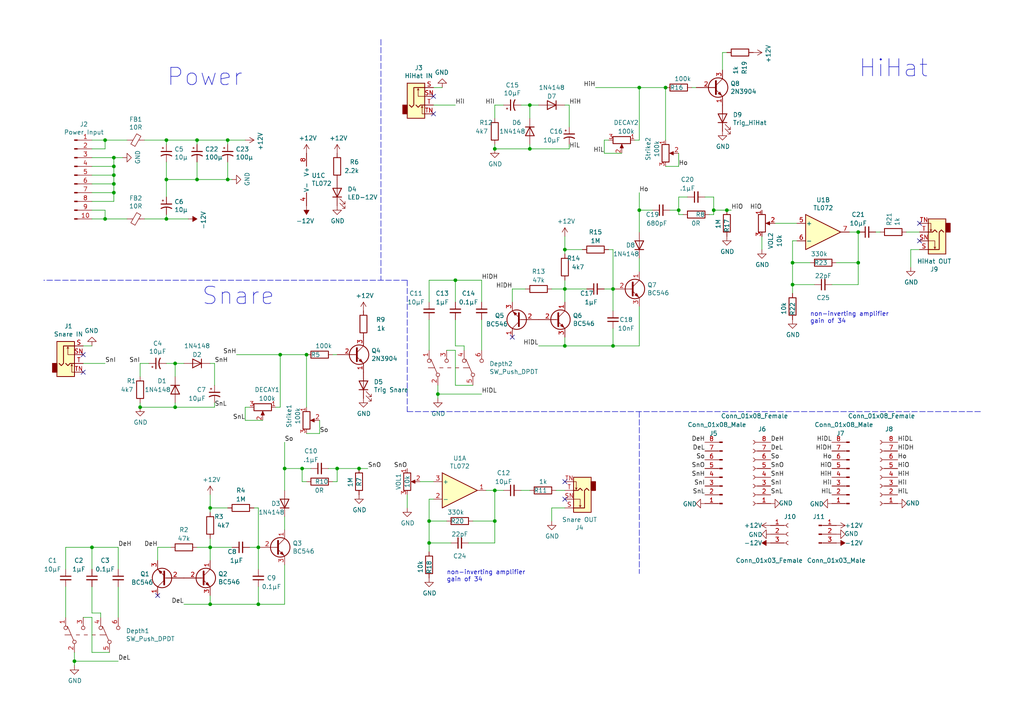
<source format=kicad_sch>
(kicad_sch (version 20211123) (generator eeschema)
  (paper "A4")
  (lib_symbols
    (symbol "Amplifier_Operational:TL072" (pin_names (offset 0.127))
      (property "Reference" "U" (at 0 5.08 0))
      (property "Value" "TL072" (at 0 -5.08 0))
      (symbol "TL072_1_1"
        (pin output line (at 7.62 0 180) (length 2.54) (name "~") (number "1"))
        (pin input line (at -7.62 -2.54 0) (length 2.54) (name "-") (number "2"))
        (pin input line (at -7.62 2.54 0) (length 2.54) (name "+") (number "3"))
      )
      (symbol "TL072_2_1"
        (pin input line (at -7.62 2.54 0) (length 2.54) (name "+") (number "5"))
        (pin input line (at -7.62 -2.54 0) (length 2.54) (name "-") (number "6"))
        (pin output line (at 7.62 0 180) (length 2.54) (name "~") (number "7"))
      )
      (symbol "TL072_3_1"
        (pin power_in line (at -2.54 -7.62 90) (length 3.81) (name "V-") (number "4"))
        (pin power_in line (at -2.54 7.62 270) (length 3.81) (name "V+") (number "8"))
      )
    )
    (symbol "Connector:AudioJack2_Switch"
      (property "Reference" "J" (at 0 11.43 0))
      (property "Value" "AudioJack2_Switch" (at 0 8.89 0))
      (symbol "AudioJack2_Switch_1_1"
        (pin passive line (at 5.08 5.08 180) (length 2.54) (name "~") (number "S"))
        (pin passive line (at 5.08 2.54 180) (length 2.54) (name "~") (number "SN"))
        (pin passive line (at 5.08 0 180) (length 2.54) (name "~") (number "T"))
        (pin passive line (at 5.08 -2.54 180) (length 2.54) (name "~") (number "TN"))
      )
    )
    (symbol "Connector:Conn_01x03_Female" (pin_names (offset 1.016) hide)
      (property "Reference" "J" (at 0 5.08 0))
      (property "Value" "Conn_01x03_Female" (at 0 -5.08 0))
      (symbol "Conn_01x03_Female_1_1"
        (pin passive line (at -5.08 2.54 0) (length 3.81) (name "Pin_1") (number "1"))
        (pin passive line (at -5.08 0 0) (length 3.81) (name "Pin_2") (number "2"))
        (pin passive line (at -5.08 -2.54 0) (length 3.81) (name "Pin_3") (number "3"))
      )
    )
    (symbol "Connector:Conn_01x03_Male" (pin_names (offset 1.016) hide)
      (property "Reference" "J" (at 0 5.08 0))
      (property "Value" "Conn_01x03_Male" (at 0 -5.08 0))
      (symbol "Conn_01x03_Male_1_1"
        (pin passive line (at 5.08 2.54 180) (length 3.81) (name "Pin_1") (number "1"))
        (pin passive line (at 5.08 0 180) (length 3.81) (name "Pin_2") (number "2"))
        (pin passive line (at 5.08 -2.54 180) (length 3.81) (name "Pin_3") (number "3"))
      )
    )
    (symbol "Connector:Conn_01x08_Female" (pin_names (offset 1.016) hide)
      (property "Reference" "J" (at 0 10.16 0))
      (property "Value" "Conn_01x08_Female" (at 0 -12.7 0))
      (symbol "Conn_01x08_Female_1_1"
        (pin passive line (at -5.08 7.62 0) (length 3.81) (name "Pin_1") (number "1"))
        (pin passive line (at -5.08 5.08 0) (length 3.81) (name "Pin_2") (number "2"))
        (pin passive line (at -5.08 2.54 0) (length 3.81) (name "Pin_3") (number "3"))
        (pin passive line (at -5.08 0 0) (length 3.81) (name "Pin_4") (number "4"))
        (pin passive line (at -5.08 -2.54 0) (length 3.81) (name "Pin_5") (number "5"))
        (pin passive line (at -5.08 -5.08 0) (length 3.81) (name "Pin_6") (number "6"))
        (pin passive line (at -5.08 -7.62 0) (length 3.81) (name "Pin_7") (number "7"))
        (pin passive line (at -5.08 -10.16 0) (length 3.81) (name "Pin_8") (number "8"))
      )
    )
    (symbol "Connector:Conn_01x08_Male" (pin_names (offset 1.016) hide)
      (property "Reference" "J" (at 0 10.16 0))
      (property "Value" "Conn_01x08_Male" (at 0 -12.7 0))
      (symbol "Conn_01x08_Male_1_1"
        (pin passive line (at 5.08 7.62 180) (length 3.81) (name "Pin_1") (number "1"))
        (pin passive line (at 5.08 5.08 180) (length 3.81) (name "Pin_2") (number "2"))
        (pin passive line (at 5.08 2.54 180) (length 3.81) (name "Pin_3") (number "3"))
        (pin passive line (at 5.08 0 180) (length 3.81) (name "Pin_4") (number "4"))
        (pin passive line (at 5.08 -2.54 180) (length 3.81) (name "Pin_5") (number "5"))
        (pin passive line (at 5.08 -5.08 180) (length 3.81) (name "Pin_6") (number "6"))
        (pin passive line (at 5.08 -7.62 180) (length 3.81) (name "Pin_7") (number "7"))
        (pin passive line (at 5.08 -10.16 180) (length 3.81) (name "Pin_8") (number "8"))
      )
    )
    (symbol "Connector:Conn_01x10_Male" (pin_names (offset 1.016) hide)
      (property "Reference" "J" (at 0 12.7 0))
      (property "Value" "Conn_01x10_Male" (at 0 -15.24 0))
      (symbol "Conn_01x10_Male_1_1"
        (pin passive line (at 5.08 10.16 180) (length 3.81) (name "Pin_1") (number "1"))
        (pin passive line (at 5.08 -12.7 180) (length 3.81) (name "Pin_10") (number "10"))
        (pin passive line (at 5.08 7.62 180) (length 3.81) (name "Pin_2") (number "2"))
        (pin passive line (at 5.08 5.08 180) (length 3.81) (name "Pin_3") (number "3"))
        (pin passive line (at 5.08 2.54 180) (length 3.81) (name "Pin_4") (number "4"))
        (pin passive line (at 5.08 0 180) (length 3.81) (name "Pin_5") (number "5"))
        (pin passive line (at 5.08 -2.54 180) (length 3.81) (name "Pin_6") (number "6"))
        (pin passive line (at 5.08 -5.08 180) (length 3.81) (name "Pin_7") (number "7"))
        (pin passive line (at 5.08 -7.62 180) (length 3.81) (name "Pin_8") (number "8"))
        (pin passive line (at 5.08 -10.16 180) (length 3.81) (name "Pin_9") (number "9"))
      )
    )
    (symbol "Device:CP1_Small" (pin_numbers hide) (pin_names (offset 0.254) hide)
      (property "Reference" "C" (at 0.254 1.778 0))
      (property "Value" "Device_CP1_Small" (at 0.254 -2.032 0))
      (symbol "CP1_Small_1_1"
        (pin passive line (at 0 2.54 270) (length 2.032) (name "~") (number "1"))
        (pin passive line (at 0 -2.54 90) (length 2.032) (name "~") (number "2"))
      )
    )
    (symbol "Device:C_Small" (pin_numbers hide) (pin_names (offset 0.254) hide)
      (property "Reference" "C" (at 0.254 1.778 0))
      (property "Value" "C_Small" (at 0.254 -2.032 0))
      (symbol "C_Small_1_1"
        (pin passive line (at 0 2.54 270) (length 2.032) (name "~") (number "1"))
        (pin passive line (at 0 -2.54 90) (length 2.032) (name "~") (number "2"))
      )
    )
    (symbol "Device:Ferrite_Bead_Small" (pin_numbers hide) (pin_names (offset 0))
      (property "Reference" "FB" (at 1.905 1.27 0))
      (property "Value" "Device_Ferrite_Bead_Small" (at 1.905 -1.27 0))
      (symbol "Ferrite_Bead_Small_1_1"
        (pin passive line (at 0 2.54 270) (length 1.27) (name "~") (number "1"))
        (pin passive line (at 0 -2.54 90) (length 1.27) (name "~") (number "2"))
      )
    )
    (symbol "Device:LED" (pin_numbers hide) (pin_names (offset 1.016) hide)
      (property "Reference" "D" (at 0 2.54 0))
      (property "Value" "LED" (at 0 -2.54 0))
      (symbol "LED_1_1"
        (pin passive line (at -3.81 0 0) (length 2.54) (name "K") (number "1"))
        (pin passive line (at 3.81 0 180) (length 2.54) (name "A") (number "2"))
      )
    )
    (symbol "Device:R" (pin_numbers hide) (pin_names (offset 0))
      (property "Reference" "R" (at 2.032 0 90))
      (property "Value" "R" (at 0 0 90))
      (symbol "R_1_1"
        (pin passive line (at 0 3.81 270) (length 1.27) (name "~") (number "1"))
        (pin passive line (at 0 -3.81 90) (length 1.27) (name "~") (number "2"))
      )
    )
    (symbol "Device:R_POT" (pin_names (offset 1.016) hide)
      (property "Reference" "RV" (at -4.445 0 90))
      (property "Value" "Device_R_POT" (at -2.54 0 90))
      (symbol "R_POT_1_1"
        (pin passive line (at 0 3.81 270) (length 1.27) (name "1") (number "1"))
        (pin passive line (at 3.81 0 180) (length 1.27) (name "2") (number "2"))
        (pin passive line (at 0 -3.81 90) (length 1.27) (name "3") (number "3"))
      )
    )
    (symbol "Diode:1N4148" (pin_numbers hide) (pin_names (offset 1.016) hide)
      (property "Reference" "D" (at 0 2.54 0))
      (property "Value" "1N4148" (at 0 -2.54 0))
      (symbol "1N4148_1_1"
        (pin passive line (at -3.81 0 0) (length 2.54) (name "K") (number "1"))
        (pin passive line (at 3.81 0 180) (length 2.54) (name "A") (number "2"))
      )
    )
    (symbol "Switch:SW_Push_DPDT" (pin_names (offset 0) hide)
      (property "Reference" "SW" (at 0 8.89 0))
      (property "Value" "SW_Push_DPDT" (at 0 -10.16 0))
      (symbol "SW_Push_DPDT_1_1"
        (pin passive line (at 5.08 7.62 180) (length 2.54) (name "A") (number "1"))
        (pin passive line (at -5.08 5.08 0) (length 2.54) (name "B") (number "2"))
        (pin passive line (at 5.08 2.54 180) (length 2.54) (name "C") (number "3"))
        (pin passive line (at 5.08 -2.54 180) (length 2.54) (name "A") (number "4"))
        (pin passive line (at -5.08 -5.08 0) (length 2.54) (name "B") (number "5"))
        (pin passive line (at 5.08 -7.62 180) (length 2.54) (name "C") (number "6"))
      )
    )
    (symbol "Transistor_BJT:2N3904" (pin_names (offset 0) hide)
      (property "Reference" "Q" (at 5.08 1.905 0))
      (property "Value" "2N3904" (at 5.08 0 0))
      (symbol "2N3904_1_1"
        (pin passive line (at 2.54 -5.08 90) (length 2.54) (name "E") (number "1"))
        (pin passive line (at -5.08 0 0) (length 5.715) (name "B") (number "2"))
        (pin passive line (at 2.54 5.08 270) (length 2.54) (name "C") (number "3"))
      )
    )
    (symbol "Transistor_BJT:BC546" (pin_names (offset 0) hide)
      (property "Reference" "Q" (at 5.08 1.905 0))
      (property "Value" "BC546" (at 5.08 0 0))
      (symbol "BC546_1_1"
        (pin passive line (at 2.54 5.08 270) (length 2.54) (name "C") (number "1"))
        (pin input line (at -5.08 0 0) (length 5.08) (name "B") (number "2"))
        (pin passive line (at 2.54 -5.08 90) (length 2.54) (name "E") (number "3"))
      )
    )
    (symbol "power:+12V" (power) (pin_names (offset 0))
      (property "Value" "+12V" (at 0 3.556 0))
      (symbol "+12V_1_1"
        (pin power_in line (at 0 0 90) (length 0) hide (name "+12V") (number "1"))
      )
    )
    (symbol "power:-12V" (power) (pin_names (offset 0))
      (property "Value" "-12V" (at 0 3.81 0))
      (symbol "-12V_0_0"
        (pin power_in line (at 0 0 90) (length 0) hide (name "-12V") (number "1"))
      )
    )
    (symbol "power:GND" (power) (pin_names (offset 0))
      (property "Value" "GND" (at 0 -3.81 0))
      (symbol "GND_1_1"
        (pin power_in line (at 0 0 270) (length 0) hide (name "GND") (number "1"))
      )
    )
  )
  (junction (at 81.28 102.87))
  (junction (at 33.02 50.8))
  (junction (at 50.8 105.41))
  (junction (at 87.63 135.89))
  (junction (at 177.8 83.82))
  (junction (at 48.26 40.64))
  (junction (at 196.85 60.96))
  (junction (at 82.55 135.89))
  (junction (at 143.51 151.13))
  (junction (at 97.79 135.89))
  (junction (at 66.04 52.07))
  (junction (at 163.83 83.82))
  (junction (at 57.15 40.64))
  (junction (at 153.67 43.18))
  (junction (at 185.42 25.4))
  (junction (at 229.87 76.2))
  (junction (at 229.87 82.55))
  (junction (at 57.15 52.07))
  (junction (at 74.93 158.75))
  (junction (at 60.96 147.32))
  (junction (at 60.96 175.26))
  (junction (at 48.26 63.5))
  (junction (at 248.92 76.2))
  (junction (at 124.46 151.13))
  (junction (at 66.04 40.64))
  (junction (at 104.14 135.89))
  (junction (at 177.8 100.33))
  (junction (at 163.83 100.33))
  (junction (at 40.64 118.11))
  (junction (at 21.59 191.77))
  (junction (at 248.92 67.31))
  (junction (at 193.04 25.4))
  (junction (at 30.48 63.5))
  (junction (at 132.08 81.28))
  (junction (at 124.46 157.48))
  (junction (at 48.26 52.07))
  (junction (at 163.83 72.39))
  (junction (at 143.51 43.18))
  (junction (at 185.42 60.96))
  (junction (at 33.02 48.26))
  (junction (at 50.8 118.11))
  (junction (at 88.9 102.87))
  (junction (at 33.02 55.88))
  (junction (at 30.48 40.64))
  (junction (at 60.96 158.75))
  (junction (at 127 114.3))
  (junction (at 153.67 30.48))
  (junction (at 210.82 60.96))
  (junction (at 33.02 53.34))
  (junction (at 143.51 142.24))
  (junction (at 207.01 60.96))
  (junction (at 74.93 175.26))
  (junction (at 26.67 158.75))
  (junction (at 33.02 45.72))
  (no_connect (at 24.13 102.87))
  (no_connect (at 125.73 27.94))
  (no_connect (at 45.72 172.72))
  (no_connect (at 266.7 69.85))
  (no_connect (at 163.83 144.78))
  (no_connect (at 266.7 64.77))
  (no_connect (at 148.59 97.79))
  (no_connect (at 125.73 33.02))
  (no_connect (at 163.83 139.7))
  (no_connect (at 24.13 107.95))
  (wire (pts (xy 184.15 40.64) (xy 185.42 40.64)))
  (wire (pts (xy 163.83 72.39) (xy 163.83 73.66)))
  (wire (pts (xy 248.92 67.31) (xy 248.92 76.2)))
  (wire (pts (xy 26.67 60.96) (xy 30.48 60.96)))
  (wire (pts (xy 229.87 69.85) (xy 229.87 76.2)))
  (wire (pts (xy 165.1 30.48) (xy 165.1 36.83)))
  (wire (pts (xy 127 111.76) (xy 127 114.3)))
  (wire (pts (xy 177.8 100.33) (xy 163.83 100.33)))
  (wire (pts (xy 185.42 25.4) (xy 193.04 25.4)))
  (wire (pts (xy 153.67 142.24) (xy 151.13 142.24)))
  (wire (pts (xy 71.12 118.11) (xy 72.39 118.11)))
  (polyline (pts (xy 110.49 11.43) (xy 110.49 81.28)))
  (wire (pts (xy 153.67 34.29) (xy 153.67 30.48)))
  (wire (pts (xy 124.46 92.71) (xy 124.46 101.6)))
  (wire (pts (xy 264.16 72.39) (xy 264.16 77.47)))
  (wire (pts (xy 82.55 163.83) (xy 82.55 175.26)))
  (wire (pts (xy 50.8 105.41) (xy 48.26 105.41)))
  (wire (pts (xy 140.97 142.24) (xy 143.51 142.24)))
  (wire (pts (xy 81.28 102.87) (xy 88.9 102.87)))
  (wire (pts (xy 132.08 81.28) (xy 132.08 87.63)))
  (wire (pts (xy 220.98 68.58) (xy 220.98 72.39)))
  (wire (pts (xy 229.87 82.55) (xy 229.87 85.09)))
  (wire (pts (xy 196.85 62.23) (xy 196.85 60.96)))
  (wire (pts (xy 50.8 118.11) (xy 50.8 116.84)))
  (wire (pts (xy 129.54 101.6) (xy 132.08 101.6)))
  (wire (pts (xy 210.82 60.96) (xy 207.01 60.96)))
  (wire (pts (xy 196.85 60.96) (xy 194.31 60.96)))
  (wire (pts (xy 26.67 158.75) (xy 26.67 165.1)))
  (wire (pts (xy 73.66 147.32) (xy 74.93 147.32)))
  (wire (pts (xy 139.7 92.71) (xy 139.7 101.6)))
  (wire (pts (xy 207.01 57.15) (xy 207.01 60.96)))
  (wire (pts (xy 163.83 72.39) (xy 168.91 72.39)))
  (wire (pts (xy 210.82 60.96) (xy 212.09 60.96)))
  (wire (pts (xy 74.93 175.26) (xy 60.96 175.26)))
  (wire (pts (xy 74.93 158.75) (xy 72.39 158.75)))
  (wire (pts (xy 163.83 83.82) (xy 160.02 83.82)))
  (wire (pts (xy 26.67 58.42) (xy 33.02 58.42)))
  (wire (pts (xy 74.93 165.1) (xy 74.93 158.75)))
  (wire (pts (xy 82.55 149.86) (xy 82.55 153.67)))
  (wire (pts (xy 176.53 72.39) (xy 177.8 72.39)))
  (wire (pts (xy 134.62 101.6) (xy 134.62 100.33)))
  (wire (pts (xy 255.27 67.31) (xy 254 67.31)))
  (wire (pts (xy 127 114.3) (xy 127 115.57)))
  (wire (pts (xy 185.42 60.96) (xy 185.42 67.31)))
  (wire (pts (xy 26.67 179.07) (xy 24.13 179.07)))
  (wire (pts (xy 163.83 83.82) (xy 170.18 83.82)))
  (wire (pts (xy 49.53 158.75) (xy 45.72 158.75)))
  (wire (pts (xy 33.02 53.34) (xy 33.02 50.8)))
  (wire (pts (xy 33.02 58.42) (xy 33.02 55.88)))
  (wire (pts (xy 82.55 175.26) (xy 74.93 175.26)))
  (wire (pts (xy 60.96 158.75) (xy 67.31 158.75)))
  (wire (pts (xy 60.96 147.32) (xy 66.04 147.32)))
  (wire (pts (xy 68.58 102.87) (xy 81.28 102.87)))
  (wire (pts (xy 33.02 48.26) (xy 33.02 50.8)))
  (wire (pts (xy 66.04 46.99) (xy 66.04 52.07)))
  (wire (pts (xy 125.73 25.4) (xy 128.27 25.4)))
  (wire (pts (xy 97.79 135.89) (xy 104.14 135.89)))
  (polyline (pts (xy 118.11 81.28) (xy 12.7 81.28)))
  (wire (pts (xy 41.91 63.5) (xy 48.26 63.5)))
  (wire (pts (xy 26.67 63.5) (xy 30.48 63.5)))
  (wire (pts (xy 96.52 139.7) (xy 97.79 139.7)))
  (wire (pts (xy 97.79 135.89) (xy 97.79 139.7)))
  (wire (pts (xy 88.9 125.73) (xy 92.71 125.73)))
  (wire (pts (xy 163.83 72.39) (xy 163.83 68.58)))
  (wire (pts (xy 26.67 177.8) (xy 26.67 170.18)))
  (wire (pts (xy 246.38 67.31) (xy 248.92 67.31)))
  (wire (pts (xy 95.25 135.89) (xy 97.79 135.89)))
  (wire (pts (xy 60.96 162.56) (xy 60.96 158.75)))
  (wire (pts (xy 40.64 116.84) (xy 40.64 118.11)))
  (wire (pts (xy 139.7 87.63) (xy 139.7 81.28)))
  (wire (pts (xy 26.67 55.88) (xy 33.02 55.88)))
  (wire (pts (xy 163.83 100.33) (xy 156.21 100.33)))
  (wire (pts (xy 57.15 46.99) (xy 57.15 52.07)))
  (wire (pts (xy 207.01 60.96) (xy 207.01 62.23)))
  (wire (pts (xy 165.1 41.91) (xy 165.1 43.18)))
  (wire (pts (xy 137.16 111.76) (xy 132.08 111.76)))
  (wire (pts (xy 139.7 81.28) (xy 132.08 81.28)))
  (wire (pts (xy 143.51 41.91) (xy 143.51 43.18)))
  (wire (pts (xy 67.31 52.07) (xy 66.04 52.07)))
  (wire (pts (xy 185.42 74.93) (xy 185.42 78.74)))
  (wire (pts (xy 80.01 118.11) (xy 81.28 118.11)))
  (wire (pts (xy 132.08 111.76) (xy 132.08 101.6)))
  (wire (pts (xy 41.91 40.64) (xy 48.26 40.64)))
  (wire (pts (xy 92.71 125.73) (xy 92.71 121.92)))
  (wire (pts (xy 26.67 40.64) (xy 30.48 40.64)))
  (wire (pts (xy 50.8 109.22) (xy 50.8 105.41)))
  (wire (pts (xy 175.26 44.45) (xy 175.26 40.64)))
  (wire (pts (xy 210.82 15.24) (xy 209.55 15.24)))
  (wire (pts (xy 57.15 52.07) (xy 48.26 52.07)))
  (wire (pts (xy 21.59 189.23) (xy 21.59 191.77)))
  (wire (pts (xy 262.89 67.31) (xy 266.7 67.31)))
  (wire (pts (xy 193.04 25.4) (xy 193.04 40.64)))
  (wire (pts (xy 60.96 147.32) (xy 60.96 143.51)))
  (wire (pts (xy 180.34 44.45) (xy 175.26 44.45)))
  (wire (pts (xy 185.42 60.96) (xy 189.23 60.96)))
  (wire (pts (xy 121.92 139.7) (xy 125.73 139.7)))
  (wire (pts (xy 248.92 82.55) (xy 241.3 82.55)))
  (wire (pts (xy 19.05 165.1) (xy 19.05 158.75)))
  (wire (pts (xy 185.42 88.9) (xy 185.42 100.33)))
  (polyline (pts (xy 185.42 119.38) (xy 185.42 166.37)))
  (wire (pts (xy 163.83 97.79) (xy 163.83 100.33)))
  (wire (pts (xy 60.96 175.26) (xy 53.34 175.26)))
  (wire (pts (xy 34.29 165.1) (xy 34.29 158.75)))
  (wire (pts (xy 33.02 55.88) (xy 33.02 53.34)))
  (wire (pts (xy 124.46 144.78) (xy 124.46 151.13)))
  (wire (pts (xy 62.23 116.84) (xy 62.23 118.11)))
  (wire (pts (xy 204.47 57.15) (xy 207.01 57.15)))
  (wire (pts (xy 35.56 45.72) (xy 33.02 45.72)))
  (wire (pts (xy 172.72 25.4) (xy 185.42 25.4)))
  (wire (pts (xy 143.51 142.24) (xy 143.51 151.13)))
  (wire (pts (xy 87.63 135.89) (xy 90.17 135.89)))
  (wire (pts (xy 57.15 41.91) (xy 57.15 40.64)))
  (wire (pts (xy 74.93 170.18) (xy 74.93 175.26)))
  (wire (pts (xy 175.26 40.64) (xy 176.53 40.64)))
  (wire (pts (xy 143.51 30.48) (xy 143.51 34.29)))
  (wire (pts (xy 96.52 102.87) (xy 97.79 102.87)))
  (wire (pts (xy 60.96 158.75) (xy 57.15 158.75)))
  (wire (pts (xy 34.29 158.75) (xy 26.67 158.75)))
  (wire (pts (xy 34.29 191.77) (xy 21.59 191.77)))
  (wire (pts (xy 193.04 48.26) (xy 196.85 48.26)))
  (wire (pts (xy 60.96 172.72) (xy 60.96 175.26)))
  (wire (pts (xy 196.85 57.15) (xy 199.39 57.15)))
  (wire (pts (xy 26.67 43.18) (xy 30.48 43.18)))
  (wire (pts (xy 60.96 105.41) (xy 62.23 105.41)))
  (wire (pts (xy 30.48 60.96) (xy 30.48 63.5)))
  (wire (pts (xy 163.83 81.28) (xy 163.83 83.82)))
  (polyline (pts (xy 118.11 119.38) (xy 284.48 119.38)))
  (wire (pts (xy 248.92 76.2) (xy 242.57 76.2)))
  (wire (pts (xy 19.05 158.75) (xy 26.67 158.75)))
  (wire (pts (xy 34.29 170.18) (xy 34.29 179.07)))
  (wire (pts (xy 132.08 100.33) (xy 132.08 92.71)))
  (wire (pts (xy 125.73 30.48) (xy 132.08 30.48)))
  (wire (pts (xy 48.26 40.64) (xy 57.15 40.64)))
  (polyline (pts (xy 118.11 81.28) (xy 118.11 119.38)))
  (wire (pts (xy 185.42 55.88) (xy 185.42 60.96)))
  (wire (pts (xy 229.87 76.2) (xy 229.87 82.55)))
  (wire (pts (xy 33.02 50.8) (xy 26.67 50.8)))
  (wire (pts (xy 196.85 60.96) (xy 196.85 57.15)))
  (wire (pts (xy 66.04 52.07) (xy 57.15 52.07)))
  (wire (pts (xy 53.34 105.41) (xy 50.8 105.41)))
  (wire (pts (xy 29.21 179.07) (xy 29.21 177.8)))
  (wire (pts (xy 57.15 40.64) (xy 66.04 40.64)))
  (wire (pts (xy 30.48 43.18) (xy 30.48 40.64)))
  (wire (pts (xy 143.51 151.13) (xy 143.51 157.48)))
  (wire (pts (xy 26.67 53.34) (xy 33.02 53.34)))
  (wire (pts (xy 205.74 62.23) (xy 207.01 62.23)))
  (wire (pts (xy 40.64 118.11) (xy 50.8 118.11)))
  (wire (pts (xy 124.46 144.78) (xy 125.73 144.78)))
  (wire (pts (xy 177.8 83.82) (xy 175.26 83.82)))
  (wire (pts (xy 177.8 72.39) (xy 177.8 83.82)))
  (wire (pts (xy 48.26 63.5) (xy 54.61 63.5)))
  (wire (pts (xy 152.4 83.82) (xy 148.59 83.82)))
  (wire (pts (xy 62.23 118.11) (xy 50.8 118.11)))
  (wire (pts (xy 124.46 157.48) (xy 124.46 160.02)))
  (wire (pts (xy 60.96 147.32) (xy 60.96 148.59)))
  (wire (pts (xy 165.1 43.18) (xy 153.67 43.18)))
  (wire (pts (xy 21.59 191.77) (xy 21.59 193.04)))
  (wire (pts (xy 62.23 105.41) (xy 62.23 111.76)))
  (wire (pts (xy 163.83 30.48) (xy 165.1 30.48)))
  (wire (pts (xy 177.8 95.25) (xy 177.8 100.33)))
  (wire (pts (xy 124.46 81.28) (xy 132.08 81.28)))
  (wire (pts (xy 26.67 189.23) (xy 26.67 179.07)))
  (wire (pts (xy 134.62 100.33) (xy 132.08 100.33)))
  (wire (pts (xy 43.18 105.41) (xy 40.64 105.41)))
  (wire (pts (xy 45.72 158.75) (xy 45.72 162.56)))
  (wire (pts (xy 177.8 90.17) (xy 177.8 83.82)))
  (wire (pts (xy 146.05 30.48) (xy 143.51 30.48)))
  (wire (pts (xy 40.64 105.41) (xy 40.64 109.22)))
  (wire (pts (xy 266.7 72.39) (xy 264.16 72.39)))
  (wire (pts (xy 87.63 135.89) (xy 87.63 139.7)))
  (wire (pts (xy 248.92 76.2) (xy 248.92 82.55)))
  (wire (pts (xy 160.02 147.32) (xy 160.02 151.13)))
  (wire (pts (xy 143.51 142.24) (xy 146.05 142.24)))
  (wire (pts (xy 31.75 189.23) (xy 26.67 189.23)))
  (wire (pts (xy 161.29 142.24) (xy 163.83 142.24)))
  (wire (pts (xy 224.79 64.77) (xy 231.14 64.77)))
  (wire (pts (xy 118.11 143.51) (xy 118.11 147.32)))
  (wire (pts (xy 143.51 151.13) (xy 137.16 151.13)))
  (wire (pts (xy 129.54 151.13) (xy 124.46 151.13)))
  (wire (pts (xy 60.96 156.21) (xy 60.96 158.75)))
  (wire (pts (xy 24.13 105.41) (xy 30.48 105.41)))
  (wire (pts (xy 48.26 62.23) (xy 48.26 63.5)))
  (wire (pts (xy 24.13 100.33) (xy 26.67 100.33)))
  (wire (pts (xy 66.04 41.91) (xy 66.04 40.64)))
  (wire (pts (xy 74.93 147.32) (xy 74.93 158.75)))
  (wire (pts (xy 26.67 45.72) (xy 33.02 45.72)))
  (wire (pts (xy 198.12 62.23) (xy 196.85 62.23)))
  (wire (pts (xy 160.02 147.32) (xy 163.83 147.32)))
  (wire (pts (xy 153.67 30.48) (xy 151.13 30.48)))
  (wire (pts (xy 209.55 15.24) (xy 209.55 20.32)))
  (wire (pts (xy 148.59 83.82) (xy 148.59 87.63)))
  (wire (pts (xy 196.85 48.26) (xy 196.85 44.45)))
  (wire (pts (xy 156.21 30.48) (xy 153.67 30.48)))
  (wire (pts (xy 234.95 76.2) (xy 229.87 76.2)))
  (wire (pts (xy 124.46 151.13) (xy 124.46 157.48)))
  (wire (pts (xy 139.7 114.3) (xy 127 114.3)))
  (wire (pts (xy 76.2 121.92) (xy 71.12 121.92)))
  (wire (pts (xy 185.42 100.33) (xy 177.8 100.33)))
  (wire (pts (xy 163.83 87.63) (xy 163.83 83.82)))
  (wire (pts (xy 104.14 135.89) (xy 106.68 135.89)))
  (wire (pts (xy 81.28 118.11) (xy 81.28 102.87)))
  (wire (pts (xy 124.46 157.48) (xy 130.81 157.48)))
  (wire (pts (xy 19.05 170.18) (xy 19.05 179.07)))
  (wire (pts (xy 143.51 157.48) (xy 135.89 157.48)))
  (wire (pts (xy 124.46 87.63) (xy 124.46 81.28)))
  (wire (pts (xy 153.67 43.18) (xy 153.67 41.91)))
  (wire (pts (xy 82.55 128.27) (xy 82.55 135.89)))
  (wire (pts (xy 229.87 69.85) (xy 231.14 69.85)))
  (wire (pts (xy 82.55 135.89) (xy 87.63 135.89)))
  (wire (pts (xy 88.9 139.7) (xy 87.63 139.7)))
  (wire (pts (xy 66.04 40.64) (xy 71.12 40.64)))
  (wire (pts (xy 229.87 82.55) (xy 236.22 82.55)))
  (wire (pts (xy 29.21 177.8) (xy 26.67 177.8)))
  (wire (pts (xy 48.26 52.07) (xy 48.26 57.15)))
  (wire (pts (xy 185.42 40.64) (xy 185.42 25.4)))
  (wire (pts (xy 48.26 46.99) (xy 48.26 52.07)))
  (wire (pts (xy 36.83 40.64) (xy 30.48 40.64)))
  (wire (pts (xy 33.02 45.72) (xy 33.02 48.26)))
  (wire (pts (xy 88.9 102.87) (xy 88.9 118.11)))
  (wire (pts (xy 143.51 43.18) (xy 153.67 43.18)))
  (wire (pts (xy 26.67 48.26) (xy 33.02 48.26)))
  (wire (pts (xy 48.26 41.91) (xy 48.26 40.64)))
  (wire (pts (xy 71.12 121.92) (xy 71.12 118.11)))
  (wire (pts (xy 200.66 25.4) (xy 201.93 25.4)))
  (wire (pts (xy 82.55 135.89) (xy 82.55 142.24)))
  (wire (pts (xy 30.48 63.5) (xy 36.83 63.5)))
  (text "Snare" (at 58.42 88.9 0) (effects (font (size 5.0038 5.0038)) (justify left bottom)))
  (text "non-inverting amplifier\ngain of 34" (at 129.54 168.91 0) (effects (font (size 1.27 1.27)) (justify left bottom)))
  (text "Power\n" (at 48.26 25.4 0) (effects (font (size 5.0038 5.0038)) (justify left bottom)))
  (text "non-inverting amplifier\ngain of 34" (at 234.95 93.98 0) (effects (font (size 1.27 1.27)) (justify left bottom)))
  (text "HiHat" (at 248.92 22.86 0) (effects (font (size 5.0038 5.0038)) (justify left bottom)))
  (label "DeH" (at 223.52 128.27 0))
  (label "HiL" (at 241.3 143.51 180))
  (label "Ho" (at 260.35 133.35 0))
  (label "SnO" (at 204.47 135.89 180))
  (label "HiH" (at 165.1 30.48 0))
  (label "HiDH" (at 260.35 130.81 0))
  (label "SnH" (at 223.52 138.43 0))
  (label "HiL" (at 260.35 143.51 0))
  (label "HiL" (at 165.1 43.18 0))
  (label "HiO" (at 212.09 60.96 0))
  (label "SnO" (at 118.11 135.89 180))
  (label "Ho" (at 196.85 48.26 0))
  (label "So" (at 82.55 128.27 0))
  (label "HiI" (at 132.08 30.48 0))
  (label "So" (at 204.47 133.35 180))
  (label "DeH" (at 204.47 128.27 180))
  (label "SnI" (at 223.52 140.97 0))
  (label "HiDL" (at 260.35 128.27 0))
  (label "HiI" (at 260.35 140.97 0))
  (label "SnI" (at 30.48 105.41 0))
  (label "HiH" (at 172.72 25.4 180))
  (label "DeL" (at 34.29 191.77 0))
  (label "SnO" (at 223.52 135.89 0))
  (label "HiDL" (at 241.3 128.27 180))
  (label "DeH" (at 45.72 158.75 180))
  (label "DeH" (at 34.29 158.75 0))
  (label "SnL" (at 223.52 143.51 0))
  (label "SnL" (at 204.47 143.51 180))
  (label "SnH" (at 62.23 105.41 0))
  (label "DeL" (at 204.47 130.81 180))
  (label "SnH" (at 68.58 102.87 180))
  (label "HiDH" (at 139.7 81.28 0))
  (label "SnL" (at 71.12 121.92 180))
  (label "HiI" (at 143.51 30.48 180))
  (label "HiDH" (at 241.3 130.81 180))
  (label "So" (at 92.71 125.73 0))
  (label "HiL" (at 175.26 44.45 180))
  (label "SnO" (at 106.68 135.89 0))
  (label "DeL" (at 53.34 175.26 180))
  (label "HiH" (at 260.35 138.43 0))
  (label "So" (at 223.52 133.35 0))
  (label "Ho" (at 241.3 133.35 180))
  (label "HiO" (at 260.35 135.89 0))
  (label "HiI" (at 241.3 140.97 180))
  (label "HiDL" (at 156.21 100.33 180))
  (label "HiO" (at 241.3 135.89 180))
  (label "Ho" (at 185.42 55.88 0))
  (label "HiO" (at 220.98 60.96 180))
  (label "SnI" (at 40.64 105.41 180))
  (label "SnL" (at 62.23 118.11 0))
  (label "DeL" (at 223.52 130.81 0))
  (label "HiH" (at 241.3 138.43 180))
  (label "SnH" (at 204.47 138.43 180))
  (label "HiDH" (at 148.59 83.82 180))
  (label "SnI" (at 204.47 140.97 180))
  (label "HiDL" (at 139.7 114.3 0))
  (symbol (lib_id "Device:CP1_Small") (at 45.72 105.41 90) (unit 1)
    (property "Reference" "C4" (at 45.72 99.6188 90))
    (property "Value" "10µF" (at 45.72 101.9302 90))
    (property "Footprint" "Capacitor_THT:CP_Radial_D5.0mm_P2.00mm" (effects hide))
  )
  (symbol (lib_id "Device:R") (at 40.64 113.03 0) (unit 1)
    (property "Reference" "R1" (at 38.1 110.49 0))
    (property "Value" "4k7" (at 36.83 113.03 0))
    (property "Footprint" "Resistor_THT:R_Axial_DIN0207_L6.3mm_D2.5mm_P10.16mm_Horizontal" (effects hide))
  )
  (symbol (lib_id "Device:R_POT") (at 76.2 118.11 270) (unit 1)
    (property "Reference" "DECAY1" (at 77.47 113.03 90))
    (property "Value" "100k" (at 77.47 115.57 90))
    (property "Footprint" "Potentiometer_THT:Potentiometer_Bourns_PTV09A-1_Single_Vertical" (effects hide))
  )
  (symbol (lib_id "Transistor_BJT:BC546") (at 58.42 167.64 0) (unit 1)
    (property "Reference" "Q2" (at 63.2714 166.4716 0) (effects (justify left)))
    (property "Value" "BC546" (at 63.2714 168.783 0) (effects (justify left)))
    (property "Footprint" "Package_TO_SOT_THT:TO-92_Inline" (effects hide))
    (property "Datasheet" "https://www.onsemi.com/pub/Collateral/BC550-D.pdf" (effects hide))
  )
  (symbol (lib_id "Transistor_BJT:BC546") (at 48.26 167.64 180) (unit 1)
    (property "Reference" "Q1" (at 43.4086 166.4716 0) (effects (justify left)))
    (property "Value" "BC546" (at 44.45 168.91 0) (effects (justify left)))
    (property "Footprint" "Package_TO_SOT_THT:TO-92_Inline" (effects hide))
    (property "Datasheet" "https://www.onsemi.com/pub/Collateral/BC550-D.pdf" (effects hide))
  )
  (symbol (lib_id "Device:C_Small") (at 34.29 167.64 0) (unit 1)
    (property "Reference" "C3" (at 30.48 162.56 0))
    (property "Value" "0.1µF" (at 30.48 165.1 0))
    (property "Footprint" "Capacitor_THT:C_Disc_D7.0mm_W2.5mm_P5.00mm" (effects hide))
  )
  (symbol (lib_id "Device:CP1_Small") (at 62.23 114.3 0) (unit 1)
    (property "Reference" "C7" (at 58.42 113.03 0))
    (property "Value" "10µF" (at 57.15 115.57 0))
    (property "Footprint" "Capacitor_THT:CP_Radial_D5.0mm_P2.00mm" (effects hide))
  )
  (symbol (lib_id "Diode:1N4148") (at 57.15 105.41 180) (unit 1)
    (property "Reference" "D2" (at 57.15 102.87 0))
    (property "Value" "1N4148" (at 57.15 100.33 0))
    (property "Footprint" "Diode_THT:D_DO-35_SOD27_P7.62mm_Horizontal" (effects hide))
    (property "Datasheet" "https://assets.nexperia.com/documents/data-sheet/1N4148_1N4448.pdf" (effects hide))
  )
  (symbol (lib_id "Diode:1N4148") (at 50.8 113.03 270) (unit 1)
    (property "Reference" "D1" (at 46.99 110.49 90))
    (property "Value" "1N4148" (at 45.72 113.03 90))
    (property "Footprint" "Diode_THT:D_DO-35_SOD27_P7.62mm_Horizontal" (effects hide))
    (property "Datasheet" "https://assets.nexperia.com/documents/data-sheet/1N4148_1N4448.pdf" (effects hide))
  )
  (symbol (lib_id "power:GND") (at 40.64 118.11 0) (unit 1)
    (property "Reference" "#PWR04" (effects hide))
    (property "Value" "GND" (at 40.767 122.5042 0))
  )
  (symbol (lib_id "Transistor_BJT:BC546") (at 80.01 158.75 0) (unit 1)
    (property "Reference" "Q3" (at 84.8614 157.5816 0) (effects (justify left)))
    (property "Value" "BC546" (at 84.8614 159.893 0) (effects (justify left)))
    (property "Footprint" "Package_TO_SOT_THT:TO-92_Inline" (effects hide))
    (property "Datasheet" "https://www.onsemi.com/pub/Collateral/BC550-D.pdf" (effects hide))
  )
  (symbol (lib_id "Device:R") (at 53.34 158.75 90) (unit 1)
    (property "Reference" "R2" (at 53.34 153.67 90))
    (property "Value" "47k" (at 53.34 156.21 90))
    (property "Footprint" "Resistor_THT:R_Axial_DIN0207_L6.3mm_D2.5mm_P10.16mm_Horizontal" (effects hide))
  )
  (symbol (lib_id "Device:R") (at 60.96 152.4 0) (unit 1)
    (property "Reference" "R3" (at 63.5 149.86 0))
    (property "Value" "4k7" (at 64.77 152.4 0))
    (property "Footprint" "Resistor_THT:R_Axial_DIN0207_L6.3mm_D2.5mm_P10.16mm_Horizontal" (effects hide))
  )
  (symbol (lib_id "Device:R") (at 69.85 147.32 90) (unit 1)
    (property "Reference" "R4" (at 69.85 142.24 90))
    (property "Value" "1M" (at 69.85 144.78 90))
    (property "Footprint" "Resistor_THT:R_Axial_DIN0207_L6.3mm_D2.5mm_P10.16mm_Horizontal" (effects hide))
  )
  (symbol (lib_id "Device:C_Small") (at 69.85 158.75 90) (unit 1)
    (property "Reference" "C8" (at 67.31 160.02 90))
    (property "Value" "1µF" (at 68.58 162.56 90))
    (property "Footprint" "Capacitor_THT:C_Disc_D7.0mm_W2.5mm_P5.00mm" (effects hide))
  )
  (symbol (lib_id "Device:C_Small") (at 74.93 167.64 180) (unit 1)
    (property "Reference" "C9" (at 78.74 167.64 0))
    (property "Value" "0.1µF" (at 78.74 170.18 0))
    (property "Footprint" "Capacitor_THT:C_Disc_D7.0mm_W2.5mm_P5.00mm" (effects hide))
  )
  (symbol (lib_id "power:GND") (at 21.59 193.04 0) (unit 1)
    (property "Reference" "#PWR02" (effects hide))
    (property "Value" "GND" (at 21.717 197.4342 0))
  )
  (symbol (lib_id "power:+12V") (at 60.96 143.51 0) (unit 1)
    (property "Reference" "#PWR08" (effects hide))
    (property "Value" "+12V" (at 61.341 139.1158 0))
  )
  (symbol (lib_id "Diode:1N4148") (at 82.55 146.05 90) (unit 1)
    (property "Reference" "D3" (at 80.01 146.05 90))
    (property "Value" "1N4148" (at 78.74 148.59 90))
    (property "Footprint" "Diode_THT:D_DO-35_SOD27_P7.62mm_Horizontal" (effects hide))
    (property "Datasheet" "https://assets.nexperia.com/documents/data-sheet/1N4148_1N4448.pdf" (effects hide))
  )
  (symbol (lib_id "Device:CP1_Small") (at 148.59 30.48 90) (unit 1)
    (property "Reference" "C15" (at 148.59 24.6888 90))
    (property "Value" "10µF" (at 148.59 27.0002 90))
    (property "Footprint" "Capacitor_THT:CP_Radial_D5.0mm_P2.00mm" (effects hide))
  )
  (symbol (lib_id "Device:R") (at 143.51 38.1 0) (unit 1)
    (property "Reference" "R12" (at 140.97 35.56 0))
    (property "Value" "4k7" (at 139.7 38.1 0))
    (property "Footprint" "Resistor_THT:R_Axial_DIN0207_L6.3mm_D2.5mm_P10.16mm_Horizontal" (effects hide))
  )
  (symbol (lib_id "Transistor_BJT:BC546") (at 161.29 92.71 0) (unit 1)
    (property "Reference" "Q6" (at 166.1414 91.5416 0) (effects (justify left)))
    (property "Value" "BC546" (at 166.1414 93.853 0) (effects (justify left)))
    (property "Footprint" "Package_TO_SOT_THT:TO-92_Inline" (effects hide))
    (property "Datasheet" "https://www.onsemi.com/pub/Collateral/BC550-D.pdf" (effects hide))
  )
  (symbol (lib_id "Transistor_BJT:BC546") (at 151.13 92.71 180) (unit 1)
    (property "Reference" "Q5" (at 146.2786 91.5416 0) (effects (justify left)))
    (property "Value" "BC546" (at 147.32 93.98 0) (effects (justify left)))
    (property "Footprint" "Package_TO_SOT_THT:TO-92_Inline" (effects hide))
    (property "Datasheet" "https://www.onsemi.com/pub/Collateral/BC550-D.pdf" (effects hide))
  )
  (symbol (lib_id "Device:CP1_Small") (at 165.1 39.37 0) (unit 1)
    (property "Reference" "C16" (at 161.29 38.1 0))
    (property "Value" "10µF" (at 160.02 40.64 0))
    (property "Footprint" "Capacitor_THT:CP_Radial_D5.0mm_P2.00mm" (effects hide))
  )
  (symbol (lib_id "Diode:1N4148") (at 160.02 30.48 180) (unit 1)
    (property "Reference" "D7" (at 160.02 27.94 0))
    (property "Value" "1N4148" (at 160.02 25.4 0))
    (property "Footprint" "Diode_THT:D_DO-35_SOD27_P7.62mm_Horizontal" (effects hide))
    (property "Datasheet" "https://assets.nexperia.com/documents/data-sheet/1N4148_1N4448.pdf" (effects hide))
  )
  (symbol (lib_id "Diode:1N4148") (at 153.67 38.1 270) (unit 1)
    (property "Reference" "D6" (at 149.86 35.56 90))
    (property "Value" "1N4148" (at 148.59 38.1 90))
    (property "Footprint" "Diode_THT:D_DO-35_SOD27_P7.62mm_Horizontal" (effects hide))
    (property "Datasheet" "https://assets.nexperia.com/documents/data-sheet/1N4148_1N4448.pdf" (effects hide))
  )
  (symbol (lib_id "power:GND") (at 143.51 43.18 0) (unit 1)
    (property "Reference" "#PWR019" (effects hide))
    (property "Value" "GND" (at 143.637 47.5742 0))
  )
  (symbol (lib_id "Transistor_BJT:BC546") (at 182.88 83.82 0) (unit 1)
    (property "Reference" "Q7" (at 187.7314 82.6516 0) (effects (justify left)))
    (property "Value" "BC546" (at 187.7314 84.963 0) (effects (justify left)))
    (property "Footprint" "Package_TO_SOT_THT:TO-92_Inline" (effects hide))
    (property "Datasheet" "https://www.onsemi.com/pub/Collateral/BC550-D.pdf" (effects hide))
  )
  (symbol (lib_id "Device:R") (at 156.21 83.82 90) (unit 1)
    (property "Reference" "R13" (at 156.21 78.74 90))
    (property "Value" "47k" (at 156.21 81.28 90))
    (property "Footprint" "Resistor_THT:R_Axial_DIN0207_L6.3mm_D2.5mm_P10.16mm_Horizontal" (effects hide))
  )
  (symbol (lib_id "Device:R") (at 163.83 77.47 0) (unit 1)
    (property "Reference" "R14" (at 166.37 74.93 0))
    (property "Value" "4k7" (at 167.64 77.47 0))
    (property "Footprint" "Resistor_THT:R_Axial_DIN0207_L6.3mm_D2.5mm_P10.16mm_Horizontal" (effects hide))
  )
  (symbol (lib_id "Device:R") (at 172.72 72.39 90) (unit 1)
    (property "Reference" "R15" (at 172.72 67.31 90))
    (property "Value" "1M" (at 172.72 69.85 90))
    (property "Footprint" "Resistor_THT:R_Axial_DIN0207_L6.3mm_D2.5mm_P10.16mm_Horizontal" (effects hide))
  )
  (symbol (lib_id "Device:C_Small") (at 172.72 83.82 90) (unit 1)
    (property "Reference" "C17" (at 170.18 85.09 90))
    (property "Value" "1µF" (at 171.45 87.63 90))
    (property "Footprint" "Capacitor_THT:C_Disc_D7.0mm_W2.5mm_P5.00mm" (effects hide))
  )
  (symbol (lib_id "Device:C_Small") (at 177.8 92.71 180) (unit 1)
    (property "Reference" "C18" (at 181.61 92.71 0))
    (property "Value" "10nF" (at 181.61 95.25 0))
    (property "Footprint" "Capacitor_THT:C_Disc_D7.0mm_W2.5mm_P5.00mm" (effects hide))
  )
  (symbol (lib_id "power:+12V") (at 163.83 68.58 0) (unit 1)
    (property "Reference" "#PWR022" (effects hide))
    (property "Value" "+12V" (at 164.211 64.1858 0))
  )
  (symbol (lib_id "Diode:1N4148") (at 185.42 71.12 90) (unit 1)
    (property "Reference" "D8" (at 182.88 71.12 90))
    (property "Value" "1N4148" (at 181.61 73.66 90))
    (property "Footprint" "Diode_THT:D_DO-35_SOD27_P7.62mm_Horizontal" (effects hide))
    (property "Datasheet" "https://assets.nexperia.com/documents/data-sheet/1N4148_1N4448.pdf" (effects hide))
  )
  (symbol (lib_id "Device:C_Small") (at 191.77 60.96 90) (unit 1)
    (property "Reference" "C19" (at 189.23 62.23 90))
    (property "Value" "680pF" (at 190.5 64.77 90))
    (property "Footprint" "Capacitor_THT:C_Disc_D7.0mm_W2.5mm_P5.00mm" (effects hide))
  )
  (symbol (lib_id "Device:R") (at 259.08 67.31 270) (unit 1)
    (property "Reference" "R21" (at 257.9116 65.532 0) (effects (justify right)))
    (property "Value" "1k" (at 260.223 65.532 0) (effects (justify right)))
    (property "Footprint" "Resistor_THT:R_Axial_DIN0207_L6.3mm_D2.5mm_P10.16mm_Horizontal" (effects hide))
  )
  (symbol (lib_id "Device:C_Small") (at 251.46 67.31 90) (unit 1)
    (property "Reference" "C21" (at 248.92 62.23 90))
    (property "Value" "10µF" (at 248.92 64.77 90))
    (property "Footprint" "Capacitor_THT:C_Disc_D7.0mm_W2.5mm_P5.00mm" (effects hide))
  )
  (symbol (lib_id "Device:R") (at 157.48 142.24 270) (unit 1)
    (property "Reference" "R11" (at 158.75 142.24 90) (effects (justify right)))
    (property "Value" "1k" (at 158.75 139.7 90) (effects (justify right)))
    (property "Footprint" "Resistor_THT:R_Axial_DIN0207_L6.3mm_D2.5mm_P10.16mm_Horizontal" (effects hide))
  )
  (symbol (lib_id "Device:C_Small") (at 148.59 142.24 90) (unit 1)
    (property "Reference" "C12" (at 146.05 137.16 90))
    (property "Value" "10µF" (at 146.05 139.7 90))
    (property "Footprint" "Capacitor_THT:C_Disc_D7.0mm_W2.5mm_P5.00mm" (effects hide))
  )
  (symbol (lib_id "Amplifier_Operational:TL072") (at 133.35 142.24 0) (unit 1)
    (property "Reference" "U1" (at 133.35 132.9182 0))
    (property "Value" "TL072" (at 133.35 135.2296 0))
    (property "Footprint" "Package_DIP:DIP-8_W7.62mm_Socket" (effects hide))
    (property "Datasheet" "http://www.ti.com/lit/ds/symlink/tl071.pdf" (effects hide))
  )
  (symbol (lib_id "Amplifier_Operational:TL072") (at 238.76 67.31 0) (unit 2)
    (property "Reference" "U1" (at 238.76 57.9882 0))
    (property "Value" "TL072" (at 238.76 60.2996 0))
    (property "Footprint" "Package_DIP:DIP-8_W7.62mm_Socket" (effects hide))
    (property "Datasheet" "http://www.ti.com/lit/ds/symlink/tl071.pdf" (effects hide))
  )
  (symbol (lib_id "Device:C_Small") (at 92.71 135.89 90) (unit 1)
    (property "Reference" "C10" (at 90.17 130.81 90))
    (property "Value" ".1µF" (at 90.17 133.35 90))
    (property "Footprint" "Capacitor_THT:C_Disc_D7.0mm_W2.5mm_P5.00mm" (effects hide))
  )
  (symbol (lib_id "Device:R") (at 104.14 139.7 0) (unit 1)
    (property "Reference" "R7" (at 104.14 138.43 90) (effects (justify right)))
    (property "Value" "1M" (at 101.6 138.43 90) (effects (justify right)))
    (property "Footprint" "Resistor_THT:R_Axial_DIN0207_L6.3mm_D2.5mm_P10.16mm_Horizontal" (effects hide))
  )
  (symbol (lib_id "power:GND") (at 104.14 143.51 0) (unit 1)
    (property "Reference" "#PWR013" (effects hide))
    (property "Value" "GND" (at 104.267 147.9042 0))
  )
  (symbol (lib_id "Device:C_Small") (at 201.93 57.15 90) (unit 1)
    (property "Reference" "C20" (at 199.39 52.07 90))
    (property "Value" ".1µF" (at 199.39 54.61 90))
    (property "Footprint" "Capacitor_THT:C_Disc_D7.0mm_W2.5mm_P5.00mm" (effects hide))
  )
  (symbol (lib_id "Device:R") (at 210.82 64.77 0) (unit 1)
    (property "Reference" "R17" (at 210.82 63.5 90) (effects (justify right)))
    (property "Value" "1M" (at 208.28 63.5 90) (effects (justify right)))
    (property "Footprint" "Resistor_THT:R_Axial_DIN0207_L6.3mm_D2.5mm_P10.16mm_Horizontal" (effects hide))
  )
  (symbol (lib_id "power:GND") (at 210.82 68.58 0) (unit 1)
    (property "Reference" "#PWR024" (effects hide))
    (property "Value" "GND" (at 210.947 72.9742 0))
  )
  (symbol (lib_id "Switch:SW_Push_DPDT") (at 132.08 106.68 90) (unit 1)
    (property "Reference" "Depth2" (at 141.9352 105.5116 90) (effects (justify right)))
    (property "Value" "SW_Push_DPDT" (at 141.9352 107.823 90) (effects (justify right)))
    (property "Footprint" "Synth:SW_DPDT_Toggle" (effects hide))
  )
  (symbol (lib_id "power:+12V") (at 105.41 90.17 0) (unit 1)
    (property "Reference" "#PWR015" (effects hide))
    (property "Value" "+12V" (at 105.791 85.7758 0))
  )
  (symbol (lib_id "Device:R") (at 92.71 102.87 90) (unit 1)
    (property "Reference" "R5" (at 90.17 102.87 90) (effects (justify right)))
    (property "Value" "100k" (at 91.44 100.33 90) (effects (justify right)))
    (property "Footprint" "Resistor_THT:R_Axial_DIN0207_L6.3mm_D2.5mm_P10.16mm_Horizontal" (effects hide))
  )
  (symbol (lib_id "Device:R") (at 105.41 93.98 0) (unit 1)
    (property "Reference" "R9" (at 111.76 92.71 0) (effects (justify right)))
    (property "Value" "1k" (at 111.76 95.25 0) (effects (justify right)))
    (property "Footprint" "Resistor_THT:R_Axial_DIN0207_L6.3mm_D2.5mm_P10.16mm_Horizontal" (effects hide))
  )
  (symbol (lib_id "power:GND") (at 105.41 115.57 0) (unit 1)
    (property "Reference" "#PWR016" (effects hide))
    (property "Value" "GND" (at 105.537 119.9642 0))
  )
  (symbol (lib_id "Device:LED") (at 105.41 111.76 90) (unit 1)
    (property "Reference" "D5" (at 108.4072 110.7694 90) (effects (justify right)))
    (property "Value" "Trig Snare" (at 108.4072 113.0808 90) (effects (justify right)))
    (property "Footprint" "LED_THT:LED_D4.0mm" (effects hide))
  )
  (symbol (lib_id "Transistor_BJT:2N3904") (at 102.87 102.87 0) (unit 1)
    (property "Reference" "Q4" (at 107.696 101.7016 0) (effects (justify left)))
    (property "Value" "2N3904" (at 107.696 104.013 0) (effects (justify left)))
    (property "Footprint" "Package_TO_SOT_THT:TO-92_Inline" (effects hide))
    (property "Datasheet" "https://www.onsemi.com/pub/Collateral/2N3903-D.PDF" (effects hide))
  )
  (symbol (lib_id "power:-12V") (at 54.61 63.5 270) (unit 1)
    (property "Reference" "#PWR07" (effects hide))
    (property "Value" "-12V" (at 59.0042 63.881 0))
  )
  (symbol (lib_id "Connector:Conn_01x10_Male") (at 21.59 50.8 0) (unit 1)
    (property "Reference" "J2" (at 24.3332 36.0426 0))
    (property "Value" "Power Input" (at 24.3332 38.354 0))
    (property "Footprint" "Connector_PinHeader_2.54mm:PinHeader_2x05_P2.54mm_Vertical" (effects hide))
  )
  (symbol (lib_id "Device:CP1_Small") (at 48.26 44.45 0) (unit 1)
    (property "Reference" "C5" (at 50.5714 43.2816 0) (effects (justify left)))
    (property "Value" "10µ" (at 50.5714 45.593 0) (effects (justify left)))
    (property "Footprint" "Capacitor_THT:CP_Radial_D5.0mm_P2.00mm" (effects hide))
  )
  (symbol (lib_id "Device:CP1_Small") (at 48.26 59.69 0) (unit 1)
    (property "Reference" "C6" (at 50.5714 58.5216 0) (effects (justify left)))
    (property "Value" "10µ" (at 50.5714 60.833 0) (effects (justify left)))
    (property "Footprint" "Capacitor_THT:CP_Radial_D5.0mm_P2.00mm" (effects hide))
  )
  (symbol (lib_id "Device:Ferrite_Bead_Small") (at 39.37 40.64 270) (unit 1)
    (property "Reference" "FB1" (at 39.37 34.6202 90))
    (property "Value" "10R" (at 39.37 36.9316 90))
    (property "Footprint" "Inductor_THT:L_Axial_L9.5mm_D4.0mm_P12.70mm_Horizontal_Fastron_SMCC" (effects hide))
  )
  (symbol (lib_id "Device:Ferrite_Bead_Small") (at 39.37 63.5 270) (unit 1)
    (property "Reference" "FB2" (at 39.37 57.4802 90))
    (property "Value" "10R" (at 39.37 59.7916 90))
    (property "Footprint" "Inductor_THT:L_Axial_L9.5mm_D4.0mm_P12.70mm_Horizontal_Fastron_SMCC" (effects hide))
  )
  (symbol (lib_id "power:GND") (at 35.56 45.72 90) (unit 1)
    (property "Reference" "#PWR03" (effects hide))
    (property "Value" "GND" (at 39.9542 45.593 0))
  )
  (symbol (lib_id "Connector:AudioJack2_Switch") (at 19.05 105.41 0) (unit 1)
    (property "Reference" "J1" (at 19.8628 94.615 0))
    (property "Value" "Snare IN" (at 19.8628 96.9264 0))
    (property "Footprint" "Connector_Audio:Jack_3.5mm_QingPu_WQP-PJ398SM_Vertical_CircularHoles" (effects hide))
  )
  (symbol (lib_id "power:GND") (at 26.67 100.33 180) (unit 1)
    (property "Reference" "#PWR01" (effects hide))
    (property "Value" "GND" (at 26.543 95.9358 0))
  )
  (symbol (lib_id "Connector:AudioJack2_Switch") (at 120.65 30.48 0) (unit 1)
    (property "Reference" "J3" (at 121.4628 19.685 0))
    (property "Value" "HiHat IN" (at 121.4628 21.9964 0))
    (property "Footprint" "Connector_Audio:Jack_3.5mm_QingPu_WQP-PJ398SM_Vertical_CircularHoles" (effects hide))
  )
  (symbol (lib_id "power:GND") (at 128.27 25.4 180) (unit 1)
    (property "Reference" "#PWR017" (effects hide))
    (property "Value" "GND" (at 128.143 21.0058 0))
  )
  (symbol (lib_id "Connector:AudioJack2_Switch") (at 168.91 142.24 180) (unit 1)
    (property "Reference" "J4" (at 168.0972 153.035 0))
    (property "Value" "Snare OUT" (at 168.0972 150.7236 0))
    (property "Footprint" "Connector_Audio:Jack_3.5mm_QingPu_WQP-PJ398SM_Vertical_CircularHoles" (effects hide))
  )
  (symbol (lib_id "power:GND") (at 160.02 151.13 0) (unit 1)
    (property "Reference" "#PWR021" (effects hide))
    (property "Value" "GND" (at 160.147 155.5242 0))
  )
  (symbol (lib_id "Connector:AudioJack2_Switch") (at 271.78 67.31 180) (unit 1)
    (property "Reference" "J9" (at 270.9672 78.105 0))
    (property "Value" "HiHat OUT" (at 270.9672 75.7936 0))
    (property "Footprint" "Connector_Audio:Jack_3.5mm_QingPu_WQP-PJ398SM_Vertical_CircularHoles" (effects hide))
  )
  (symbol (lib_id "power:GND") (at 264.16 77.47 0) (unit 1)
    (property "Reference" "#PWR032" (effects hide))
    (property "Value" "GND" (at 264.287 81.8642 0))
  )
  (symbol (lib_id "Device:R") (at 97.79 48.26 0) (unit 1)
    (property "Reference" "R6" (at 104.14 46.99 0) (effects (justify right)))
    (property "Value" "2.2k" (at 104.14 49.53 0) (effects (justify right)))
    (property "Footprint" "Resistor_THT:R_Axial_DIN0207_L6.3mm_D2.5mm_P10.16mm_Horizontal" (effects hide))
  )
  (symbol (lib_id "power:GND") (at 97.79 59.69 0) (unit 1)
    (property "Reference" "#PWR012" (effects hide))
    (property "Value" "GND" (at 97.917 64.0842 0))
  )
  (symbol (lib_id "Device:LED") (at 97.79 55.88 90) (unit 1)
    (property "Reference" "D4" (at 100.7872 54.8894 90) (effects (justify right)))
    (property "Value" "LED-12V" (at 100.7872 57.2008 90) (effects (justify right)))
    (property "Footprint" "LED_THT:LED_D4.0mm" (effects hide))
  )
  (symbol (lib_id "power:+12V") (at 97.79 44.45 0) (unit 1)
    (property "Reference" "#PWR011" (effects hide))
    (property "Value" "+12V" (at 98.171 40.0558 0))
  )
  (symbol (lib_id "Amplifier_Operational:TL072") (at 91.44 52.07 0) (unit 3)
    (property "Reference" "U1" (at 90.3732 50.9016 0) (effects (justify left)))
    (property "Value" "TL072" (at 90.3732 53.213 0) (effects (justify left)))
    (property "Footprint" "Package_DIP:DIP-8_W7.62mm_Socket" (effects hide))
    (property "Datasheet" "http://www.ti.com/lit/ds/symlink/tl071.pdf" (effects hide))
  )
  (symbol (lib_id "power:-12V") (at 88.9 59.69 180) (unit 1)
    (property "Reference" "#PWR010" (effects hide))
    (property "Value" "-12V" (at 88.519 64.0842 0))
  )
  (symbol (lib_id "power:+12V") (at 88.9 44.45 0) (unit 1)
    (property "Reference" "#PWR09" (effects hide))
    (property "Value" "+12V" (at 89.281 40.0558 0))
  )
  (symbol (lib_id "Device:R_POT") (at 118.11 139.7 0) (unit 1)
    (property "Reference" "VOL1" (at 115.57 139.7 90))
    (property "Value" "10k" (at 118.11 139.7 90))
    (property "Footprint" "Potentiometer_THT:Potentiometer_Bourns_PTV09A-1_Single_Vertical" (effects hide))
  )
  (symbol (lib_id "Device:R_POT") (at 220.98 64.77 0) (unit 1)
    (property "Reference" "VOL2" (at 223.52 69.85 90))
    (property "Value" "10k" (at 226.06 69.85 90))
    (property "Footprint" "Potentiometer_THT:Potentiometer_Bourns_PTV09A-1_Single_Vertical" (effects hide))
  )
  (symbol (lib_id "power:GND") (at 118.11 147.32 0) (unit 1)
    (property "Reference" "#PWR020" (effects hide))
    (property "Value" "GND" (at 118.237 151.7142 0))
  )
  (symbol (lib_id "power:GND") (at 220.98 72.39 0) (unit 1)
    (property "Reference" "#PWR031" (effects hide))
    (property "Value" "GND" (at 221.107 76.7842 0))
  )
  (symbol (lib_id "Switch:SW_Push_DPDT") (at 26.67 184.15 90) (unit 1)
    (property "Reference" "Depth1" (at 36.5252 182.9816 90) (effects (justify right)))
    (property "Value" "SW_Push_DPDT" (at 36.5252 185.293 90) (effects (justify right)))
    (property "Footprint" "Synth:SW_DPDT_Toggle" (effects hide))
  )
  (symbol (lib_id "Device:R_POT") (at 88.9 121.92 0) (unit 1)
    (property "Reference" "Strike1" (at 83.82 120.65 90))
    (property "Value" "100k" (at 86.36 120.65 90))
    (property "Footprint" "Potentiometer_THT:Potentiometer_Bourns_PTV09A-1_Single_Vertical" (effects hide))
  )
  (symbol (lib_id "Device:CP1_Small") (at 57.15 44.45 0) (unit 1)
    (property "Reference" "C22" (at 59.4614 43.2816 0) (effects (justify left)))
    (property "Value" "100µ" (at 59.4614 45.593 0) (effects (justify left)))
    (property "Footprint" "Capacitor_THT:CP_Radial_D5.0mm_P2.00mm" (effects hide))
  )
  (symbol (lib_id "Device:R_POT") (at 180.34 40.64 270) (unit 1)
    (property "Reference" "DECAY2" (at 181.61 35.56 90))
    (property "Value" "100k" (at 181.61 38.1 90))
    (property "Footprint" "Potentiometer_THT:Potentiometer_Bourns_PTV09A-1_Single_Vertical" (effects hide))
  )
  (symbol (lib_id "Device:R_POT") (at 193.04 44.45 0) (unit 1)
    (property "Reference" "Strike2" (at 187.96 43.18 90))
    (property "Value" "100k" (at 190.5 43.18 90))
    (property "Footprint" "Potentiometer_THT:Potentiometer_Bourns_PTV09A-1_Single_Vertical" (effects hide))
  )
  (symbol (lib_id "power:+12V") (at 218.44 15.24 270) (unit 1)
    (property "Reference" "#PWR027" (effects hide))
    (property "Value" "+12V" (at 222.8342 15.621 0))
  )
  (symbol (lib_id "Device:R") (at 196.85 25.4 90) (unit 1)
    (property "Reference" "R16" (at 194.31 25.4 90) (effects (justify right)))
    (property "Value" "100k" (at 195.58 22.86 90) (effects (justify right)))
    (property "Footprint" "Resistor_THT:R_Axial_DIN0207_L6.3mm_D2.5mm_P10.16mm_Horizontal" (effects hide))
  )
  (symbol (lib_id "Device:R") (at 214.63 15.24 270) (unit 1)
    (property "Reference" "R19" (at 215.9 21.59 0) (effects (justify right)))
    (property "Value" "1k" (at 213.36 21.59 0) (effects (justify right)))
    (property "Footprint" "Resistor_THT:R_Axial_DIN0207_L6.3mm_D2.5mm_P10.16mm_Horizontal" (effects hide))
  )
  (symbol (lib_id "power:GND") (at 209.55 38.1 0) (unit 1)
    (property "Reference" "#PWR025" (effects hide))
    (property "Value" "GND" (at 209.677 42.4942 0))
  )
  (symbol (lib_id "Device:LED") (at 209.55 34.29 90) (unit 1)
    (property "Reference" "D9" (at 212.5472 33.2994 90) (effects (justify right)))
    (property "Value" "Trig_HiHat" (at 212.5472 35.6108 90) (effects (justify right)))
    (property "Footprint" "LED_THT:LED_D4.0mm" (effects hide))
  )
  (symbol (lib_id "Transistor_BJT:2N3904") (at 207.01 25.4 0) (unit 1)
    (property "Reference" "Q8" (at 211.836 24.2316 0) (effects (justify left)))
    (property "Value" "2N3904" (at 211.836 26.543 0) (effects (justify left)))
    (property "Footprint" "Package_TO_SOT_THT:TO-92_Inline" (effects hide))
    (property "Datasheet" "https://www.onsemi.com/pub/Collateral/2N3903-D.PDF" (effects hide))
  )
  (symbol (lib_id "Device:C_Small") (at 19.05 167.64 0) (unit 1)
    (property "Reference" "C1" (at 15.24 162.56 0))
    (property "Value" "10µF" (at 15.24 165.1 0))
    (property "Footprint" "Capacitor_THT:C_Disc_D7.0mm_W2.5mm_P5.00mm" (effects hide))
  )
  (symbol (lib_id "Device:C_Small") (at 26.67 167.64 0) (unit 1)
    (property "Reference" "C2" (at 22.86 162.56 0))
    (property "Value" "1µF" (at 22.86 165.1 0))
    (property "Footprint" "Capacitor_THT:C_Disc_D7.0mm_W2.5mm_P5.00mm" (effects hide))
  )
  (symbol (lib_id "power:+12V") (at 71.12 40.64 270) (unit 1)
    (property "Reference" "#PWR0101" (effects hide))
    (property "Value" "+12V" (at 75.5142 41.021 0))
  )
  (symbol (lib_id "power:GND") (at 67.31 52.07 90) (unit 1)
    (property "Reference" "#PWR0102" (effects hide))
    (property "Value" "GND" (at 71.7042 51.943 0))
  )
  (symbol (lib_id "Device:CP1_Small") (at 66.04 44.45 0) (unit 1)
    (property "Reference" "C23" (at 68.3514 43.2816 0) (effects (justify left)))
    (property "Value" "100µ" (at 68.3514 45.593 0) (effects (justify left)))
    (property "Footprint" "Capacitor_THT:CP_Radial_D5.0mm_P2.00mm" (effects hide))
  )
  (symbol (lib_id "Device:C_Small") (at 139.7 90.17 0) (unit 1)
    (property "Reference" "C14" (at 135.89 85.09 0))
    (property "Value" "0.1µF" (at 135.89 87.63 0))
    (property "Footprint" "Capacitor_THT:C_Disc_D7.0mm_W2.5mm_P5.00mm" (effects hide))
  )
  (symbol (lib_id "power:GND") (at 127 115.57 0) (unit 1)
    (property "Reference" "#PWR018" (effects hide))
    (property "Value" "GND" (at 127.127 119.9642 0))
  )
  (symbol (lib_id "Device:C_Small") (at 132.08 90.17 0) (unit 1)
    (property "Reference" "C13" (at 128.27 85.09 0))
    (property "Value" "1µF" (at 128.27 87.63 0))
    (property "Footprint" "Capacitor_THT:C_Disc_D7.0mm_W2.5mm_P5.00mm" (effects hide))
  )
  (symbol (lib_id "Device:C_Small") (at 124.46 90.17 0) (unit 1)
    (property "Reference" "C11" (at 120.65 85.09 0))
    (property "Value" "10µF" (at 120.65 87.63 0))
    (property "Footprint" "Capacitor_THT:C_Disc_D7.0mm_W2.5mm_P5.00mm" (effects hide))
  )
  (symbol (lib_id "Connector:Conn_01x08_Female") (at 218.44 138.43 180) (unit 1)
    (property "Reference" "J6" (at 222.25 124.46 0) (effects (justify left)))
    (property "Value" "Conn_01x08_Female" (at 228.6 120.65 0) (effects (justify left)))
    (property "Footprint" "Connector_PinSocket_2.54mm:PinSocket_1x08_P2.54mm_Vertical" (effects hide))
  )
  (symbol (lib_id "Connector:Conn_01x08_Male") (at 209.55 138.43 180) (unit 1)
    (property "Reference" "J5" (at 205.74 125.73 0) (effects (justify right)))
    (property "Value" "Conn_01x08_Male" (at 199.39 123.19 0) (effects (justify right)))
    (property "Footprint" "Connector_PinHeader_2.54mm:PinHeader_1x08_P2.54mm_Vertical" (effects hide))
  )
  (symbol (lib_id "Connector:Conn_01x08_Female") (at 255.27 138.43 180) (unit 1)
    (property "Reference" "J8" (at 259.08 124.46 0) (effects (justify left)))
    (property "Value" "Conn_01x08_Female" (at 265.43 120.65 0) (effects (justify left)))
    (property "Footprint" "Connector_PinSocket_2.54mm:PinSocket_1x08_P2.54mm_Vertical" (effects hide))
  )
  (symbol (lib_id "Connector:Conn_01x08_Male") (at 246.38 138.43 180) (unit 1)
    (property "Reference" "J7" (at 242.57 125.73 0) (effects (justify right)))
    (property "Value" "Conn_01x08_Male" (at 236.22 123.19 0) (effects (justify right)))
    (property "Footprint" "Connector_PinHeader_2.54mm:PinHeader_1x08_P2.54mm_Vertical" (effects hide))
  )
  (symbol (lib_id "power:GND") (at 242.57 154.94 90) (unit 1)
    (property "Reference" "#PWR026" (effects hide))
    (property "Value" "GND" (at 246.9642 154.813 90))
  )
  (symbol (lib_id "power:GND") (at 229.87 92.71 0) (unit 1)
    (property "Reference" "#PWR030" (effects hide))
    (property "Value" "GND" (at 229.997 97.1042 0))
  )
  (symbol (lib_id "power:GND") (at 223.52 146.05 90) (unit 1)
    (property "Reference" "#PWR0106" (effects hide))
    (property "Value" "GND" (at 227.9142 145.923 90))
  )
  (symbol (lib_id "Device:R") (at 229.87 88.9 0) (unit 1)
    (property "Reference" "R22" (at 229.87 87.63 90) (effects (justify right)))
    (property "Value" "10k" (at 227.33 87.63 90) (effects (justify right)))
    (property "Footprint" "Resistor_THT:R_Axial_DIN0207_L6.3mm_D2.5mm_P10.16mm_Horizontal" (effects hide))
  )
  (symbol (lib_id "Device:R") (at 238.76 76.2 270) (unit 1)
    (property "Reference" "R23" (at 240.03 76.2 90) (effects (justify right)))
    (property "Value" "330k" (at 240.03 73.66 90) (effects (justify right)))
    (property "Footprint" "Resistor_THT:R_Axial_DIN0207_L6.3mm_D2.5mm_P10.16mm_Horizontal" (effects hide))
  )
  (symbol (lib_id "Device:R") (at 124.46 163.83 0) (unit 1)
    (property "Reference" "R18" (at 124.46 162.56 90) (effects (justify right)))
    (property "Value" "10k" (at 121.92 162.56 90) (effects (justify right)))
    (property "Footprint" "Resistor_THT:R_Axial_DIN0207_L6.3mm_D2.5mm_P10.16mm_Horizontal" (effects hide))
  )
  (symbol (lib_id "power:+12V") (at 223.52 152.4 90) (unit 1)
    (property "Reference" "#PWR05" (effects hide))
    (property "Value" "+12V" (at 218.44 152.4 90))
  )
  (symbol (lib_id "Device:C_Small") (at 133.35 157.48 90) (unit 1)
    (property "Reference" "C24" (at 133.35 161.29 90))
    (property "Value" "22pF" (at 133.35 154.94 90))
    (property "Footprint" "Capacitor_THT:C_Disc_D7.0mm_W2.5mm_P5.00mm" (effects hide))
  )
  (symbol (lib_id "power:-12V") (at 223.52 157.48 90) (unit 1)
    (property "Reference" "#PWR014" (effects hide))
    (property "Value" "-12V" (at 218.44 157.48 90))
  )
  (symbol (lib_id "power:+12V") (at 242.57 152.4 270) (unit 1)
    (property "Reference" "#PWR023" (effects hide))
    (property "Value" "+12V" (at 247.65 152.4 90))
  )
  (symbol (lib_id "Connector:Conn_01x03_Female") (at 228.6 154.94 0) (unit 1)
    (property "Reference" "J10" (at 227.33 149.86 0) (effects (justify left)))
    (property "Value" "Conn_01x03_Female" (at 213.36 162.56 0) (effects (justify left)))
    (property "Footprint" "Connector_PinSocket_2.54mm:PinSocket_1x03_P2.54mm_Vertical" (effects hide))
  )
  (symbol (lib_id "Device:R") (at 133.35 151.13 270) (unit 1)
    (property "Reference" "R20" (at 134.62 151.13 90) (effects (justify right)))
    (property "Value" "330k" (at 134.62 148.59 90) (effects (justify right)))
    (property "Footprint" "Resistor_THT:R_Axial_DIN0207_L6.3mm_D2.5mm_P10.16mm_Horizontal" (effects hide))
  )
  (symbol (lib_id "power:GND") (at 204.47 146.05 270) (unit 1)
    (property "Reference" "#PWR0104" (effects hide))
    (property "Value" "GND" (at 200.0758 146.177 90))
  )
  (symbol (lib_id "power:GND") (at 241.3 146.05 270) (unit 1)
    (property "Reference" "#PWR0105" (effects hide))
    (property "Value" "GND" (at 236.9058 146.177 90))
  )
  (symbol (lib_id "Device:R") (at 201.93 62.23 270) (unit 1)
    (property "Reference" "R8" (at 204.47 62.23 90) (effects (justify right)))
    (property "Value" "0R" (at 203.2 64.77 90) (effects (justify right)))
    (property "Footprint" "Resistor_THT:R_Axial_DIN0207_L6.3mm_D2.5mm_P10.16mm_Horizontal" (effects hide))
  )
  (symbol (lib_id "power:GND") (at 223.52 154.94 270) (unit 1)
    (property "Reference" "#PWR06" (effects hide))
    (property "Value" "GND" (at 219.1258 155.067 90))
  )
  (symbol (lib_id "Device:R") (at 92.71 139.7 270) (unit 1)
    (property "Reference" "R10" (at 95.25 139.7 90) (effects (justify right)))
    (property "Value" "0R" (at 93.98 142.24 90) (effects (justify right)))
    (property "Footprint" "Resistor_THT:R_Axial_DIN0207_L6.3mm_D2.5mm_P10.16mm_Horizontal" (effects hide))
  )
  (symbol (lib_id "Connector:Conn_01x03_Male") (at 237.49 154.94 0) (unit 1)
    (property "Reference" "J11" (at 237.49 149.86 0))
    (property "Value" "Conn_01x03_Male" (at 242.57 162.56 0))
    (property "Footprint" "Connector_PinHeader_2.54mm:PinHeader_1x03_P2.54mm_Vertical" (effects hide))
  )
  (symbol (lib_id "power:-12V") (at 242.57 157.48 270) (unit 1)
    (property "Reference" "#PWR028" (effects hide))
    (property "Value" "-12V" (at 247.65 157.48 90))
  )
  (symbol (lib_id "Device:C_Small") (at 238.76 82.55 90) (unit 1)
    (property "Reference" "C25" (at 238.76 86.36 90))
    (property "Value" "22pF" (at 238.76 80.01 90))
    (property "Footprint" "Capacitor_THT:C_Disc_D7.0mm_W2.5mm_P5.00mm" (effects hide))
  )
  (symbol (lib_id "power:GND") (at 260.35 146.05 90) (unit 1)
    (property "Reference" "#PWR0103" (effects hide))
    (property "Value" "GND" (at 264.7442 145.923 90))
  )
  (symbol (lib_id "power:GND") (at 124.46 167.64 0) (unit 1)
    (property "Reference" "#PWR029" (effects hide))
    (property "Value" "GND" (at 124.587 172.0342 0))
  )
)
</source>
